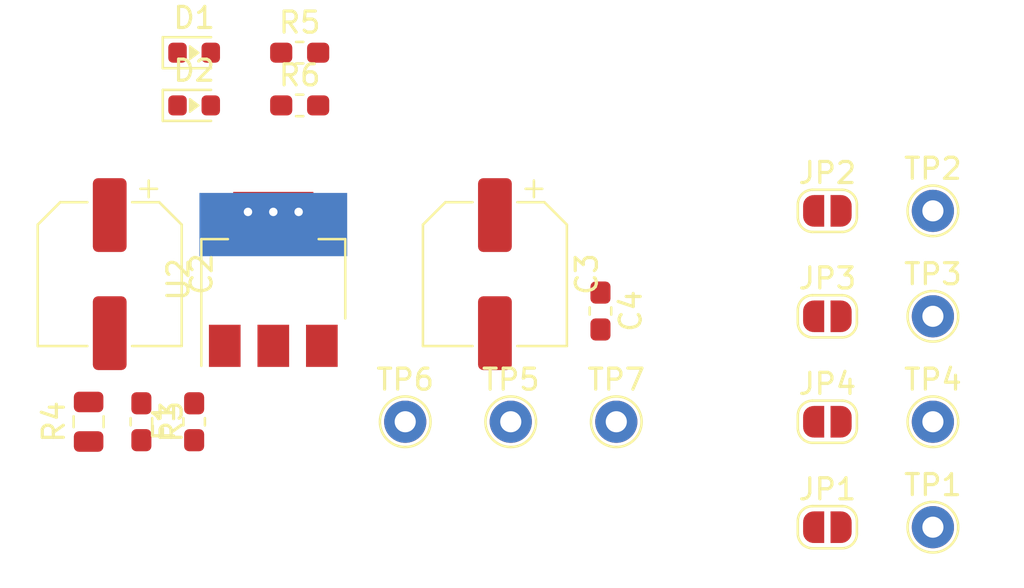
<source format=kicad_pcb>
(kicad_pcb (version 20171130) (host pcbnew 5.1.2-f72e74a~84~ubuntu18.04.1)

  (general
    (thickness 1.6)
    (drawings 0)
    (tracks 0)
    (zones 0)
    (modules 22)
    (nets 12)
  )

  (page A4)
  (layers
    (0 F.Cu signal)
    (31 B.Cu signal)
    (32 B.Adhes user)
    (33 F.Adhes user)
    (34 B.Paste user)
    (35 F.Paste user)
    (36 B.SilkS user)
    (37 F.SilkS user)
    (38 B.Mask user)
    (39 F.Mask user)
    (40 Dwgs.User user)
    (41 Cmts.User user)
    (42 Eco1.User user)
    (43 Eco2.User user)
    (44 Edge.Cuts user)
    (45 Margin user)
    (46 B.CrtYd user)
    (47 F.CrtYd user)
    (48 B.Fab user)
    (49 F.Fab user)
  )

  (setup
    (last_trace_width 0.25)
    (trace_clearance 0.2)
    (zone_clearance 0.508)
    (zone_45_only no)
    (trace_min 0.2)
    (via_size 0.8)
    (via_drill 0.4)
    (via_min_size 0.4)
    (via_min_drill 0.3)
    (uvia_size 0.3)
    (uvia_drill 0.1)
    (uvias_allowed no)
    (uvia_min_size 0.2)
    (uvia_min_drill 0.1)
    (edge_width 0.1)
    (segment_width 0.2)
    (pcb_text_width 0.3)
    (pcb_text_size 1.5 1.5)
    (mod_edge_width 0.15)
    (mod_text_size 1 1)
    (mod_text_width 0.15)
    (pad_size 1.524 1.524)
    (pad_drill 0.762)
    (pad_to_mask_clearance 0)
    (aux_axis_origin 0 0)
    (visible_elements FFFFFF7F)
    (pcbplotparams
      (layerselection 0x010fc_ffffffff)
      (usegerberextensions false)
      (usegerberattributes false)
      (usegerberadvancedattributes false)
      (creategerberjobfile false)
      (excludeedgelayer true)
      (linewidth 0.100000)
      (plotframeref false)
      (viasonmask false)
      (mode 1)
      (useauxorigin false)
      (hpglpennumber 1)
      (hpglpenspeed 20)
      (hpglpendiameter 15.000000)
      (psnegative false)
      (psa4output false)
      (plotreference true)
      (plotvalue true)
      (plotinvisibletext false)
      (padsonsilk false)
      (subtractmaskfromsilk false)
      (outputformat 1)
      (mirror false)
      (drillshape 1)
      (scaleselection 1)
      (outputdirectory ""))
  )

  (net 0 "")
  (net 1 GND)
  (net 2 +5V)
  (net 3 +3V3)
  (net 4 "Net-(D1-Pad1)")
  (net 5 "Net-(D2-Pad1)")
  (net 6 Vusb)
  (net 7 Vws2812)
  (net 8 Vstm32)
  (net 9 Voled)
  (net 10 Vbuzzer)
  (net 11 "Net-(R3-Pad2)")

  (net_class Default "This is the default net class."
    (clearance 0.2)
    (trace_width 0.25)
    (via_dia 0.8)
    (via_drill 0.4)
    (uvia_dia 0.3)
    (uvia_drill 0.1)
    (add_net +3V3)
    (add_net +5V)
    (add_net GND)
    (add_net "Net-(D1-Pad1)")
    (add_net "Net-(D2-Pad1)")
    (add_net "Net-(R3-Pad2)")
    (add_net Vbuzzer)
    (add_net Voled)
    (add_net Vstm32)
    (add_net Vusb)
    (add_net Vws2812)
  )

  (module footprint-lib:LED_0603_1608Metric (layer F.Cu) (tedit 5CE3E319) (tstamp 5CF48103)
    (at 35 75)
    (descr "LED SMD 0603 (1608 Metric), square (rectangular) end terminal, IPC_7351 nominal, (Body size source: http://www.tortai-tech.com/upload/download/2011102023233369053.pdf), generated with kicad-footprint-generator")
    (tags diode)
    (path /5D0DF858)
    (attr smd)
    (fp_text reference D2 (at 0 -1.65) (layer F.SilkS)
      (effects (font (size 1 1) (thickness 0.15)))
    )
    (fp_text value LED_ORANGE (at 0 1.65) (layer F.Fab)
      (effects (font (size 1 1) (thickness 0.15)))
    )
    (fp_line (start 0.1 0) (end -0.1 0) (layer F.SilkS) (width 0.2))
    (fp_line (start -0.05 0.1) (end -0.05 -0.1) (layer F.SilkS) (width 0.1))
    (fp_line (start -0.2 -0.3) (end -0.2 0.3) (layer F.SilkS) (width 0.1))
    (fp_line (start 0.2 0) (end -0.2 -0.3) (layer F.SilkS) (width 0.1))
    (fp_line (start -0.1 -0.2) (end -0.1 0.2) (layer F.SilkS) (width 0.1))
    (fp_line (start -0.2 0.3) (end 0.2 0) (layer F.SilkS) (width 0.1))
    (fp_line (start 0.8 -0.4) (end -0.5 -0.4) (layer F.Fab) (width 0.1))
    (fp_line (start -0.5 -0.4) (end -0.8 -0.1) (layer F.Fab) (width 0.1))
    (fp_line (start -0.8 -0.1) (end -0.8 0.4) (layer F.Fab) (width 0.1))
    (fp_line (start -0.8 0.4) (end 0.8 0.4) (layer F.Fab) (width 0.1))
    (fp_line (start 0.8 0.4) (end 0.8 -0.4) (layer F.Fab) (width 0.1))
    (fp_line (start 0.8 -0.735) (end -1.485 -0.735) (layer F.SilkS) (width 0.12))
    (fp_line (start -1.485 -0.735) (end -1.485 0.735) (layer F.SilkS) (width 0.12))
    (fp_line (start -1.485 0.735) (end 0.8 0.735) (layer F.SilkS) (width 0.12))
    (fp_line (start -1.48 0.73) (end -1.48 -0.73) (layer F.CrtYd) (width 0.05))
    (fp_line (start -1.48 -0.73) (end 1.48 -0.73) (layer F.CrtYd) (width 0.05))
    (fp_line (start 1.48 -0.73) (end 1.48 0.73) (layer F.CrtYd) (width 0.05))
    (fp_line (start 1.48 0.73) (end -1.48 0.73) (layer F.CrtYd) (width 0.05))
    (fp_text user %R (at 0 0) (layer F.Fab)
      (effects (font (size 0.5 0.5) (thickness 0.08)))
    )
    (pad 1 smd roundrect (at -0.7875 0) (size 0.875 0.95) (layers F.Cu F.Paste F.Mask) (roundrect_rratio 0.25)
      (net 5 "Net-(D2-Pad1)"))
    (pad 2 smd roundrect (at 0.7875 0) (size 0.875 0.95) (layers F.Cu F.Paste F.Mask) (roundrect_rratio 0.25)
      (net 3 +3V3))
    (model ${KISYS3DMOD}/LED_SMD.3dshapes/LED_0603_1608Metric.wrl
      (at (xyz 0 0 0))
      (scale (xyz 1 1 1))
      (rotate (xyz 0 0 0))
    )
  )

  (module footprint-lib:LED_0603_1608Metric (layer F.Cu) (tedit 5CE3E319) (tstamp 5CF4814B)
    (at 35 72.5)
    (descr "LED SMD 0603 (1608 Metric), square (rectangular) end terminal, IPC_7351 nominal, (Body size source: http://www.tortai-tech.com/upload/download/2011102023233369053.pdf), generated with kicad-footprint-generator")
    (tags diode)
    (path /5D0DF849)
    (attr smd)
    (fp_text reference D1 (at 0 -1.65) (layer F.SilkS)
      (effects (font (size 1 1) (thickness 0.15)))
    )
    (fp_text value LED_GREEN (at 0 1.65) (layer F.Fab)
      (effects (font (size 1 1) (thickness 0.15)))
    )
    (fp_line (start 0.1 0) (end -0.1 0) (layer F.SilkS) (width 0.2))
    (fp_line (start -0.05 0.1) (end -0.05 -0.1) (layer F.SilkS) (width 0.1))
    (fp_line (start -0.2 -0.3) (end -0.2 0.3) (layer F.SilkS) (width 0.1))
    (fp_line (start 0.2 0) (end -0.2 -0.3) (layer F.SilkS) (width 0.1))
    (fp_line (start -0.1 -0.2) (end -0.1 0.2) (layer F.SilkS) (width 0.1))
    (fp_line (start -0.2 0.3) (end 0.2 0) (layer F.SilkS) (width 0.1))
    (fp_line (start 0.8 -0.4) (end -0.5 -0.4) (layer F.Fab) (width 0.1))
    (fp_line (start -0.5 -0.4) (end -0.8 -0.1) (layer F.Fab) (width 0.1))
    (fp_line (start -0.8 -0.1) (end -0.8 0.4) (layer F.Fab) (width 0.1))
    (fp_line (start -0.8 0.4) (end 0.8 0.4) (layer F.Fab) (width 0.1))
    (fp_line (start 0.8 0.4) (end 0.8 -0.4) (layer F.Fab) (width 0.1))
    (fp_line (start 0.8 -0.735) (end -1.485 -0.735) (layer F.SilkS) (width 0.12))
    (fp_line (start -1.485 -0.735) (end -1.485 0.735) (layer F.SilkS) (width 0.12))
    (fp_line (start -1.485 0.735) (end 0.8 0.735) (layer F.SilkS) (width 0.12))
    (fp_line (start -1.48 0.73) (end -1.48 -0.73) (layer F.CrtYd) (width 0.05))
    (fp_line (start -1.48 -0.73) (end 1.48 -0.73) (layer F.CrtYd) (width 0.05))
    (fp_line (start 1.48 -0.73) (end 1.48 0.73) (layer F.CrtYd) (width 0.05))
    (fp_line (start 1.48 0.73) (end -1.48 0.73) (layer F.CrtYd) (width 0.05))
    (fp_text user %R (at 0 0) (layer F.Fab)
      (effects (font (size 0.5 0.5) (thickness 0.08)))
    )
    (pad 1 smd roundrect (at -0.7875 0) (size 0.875 0.95) (layers F.Cu F.Paste F.Mask) (roundrect_rratio 0.25)
      (net 4 "Net-(D1-Pad1)"))
    (pad 2 smd roundrect (at 0.7875 0) (size 0.875 0.95) (layers F.Cu F.Paste F.Mask) (roundrect_rratio 0.25)
      (net 2 +5V))
    (model ${KISYS3DMOD}/LED_SMD.3dshapes/LED_0603_1608Metric.wrl
      (at (xyz 0 0 0))
      (scale (xyz 1 1 1))
      (rotate (xyz 0 0 0))
    )
  )

  (module footprint-lib:AMS1117_SOT-223 (layer F.Cu) (tedit 5CF0DEB3) (tstamp 5CF417A0)
    (at 38.75 83.25 90)
    (descr "module CMS SOT223 4 pins")
    (tags "CMS SOT")
    (path /5D0D3B1A)
    (attr smd)
    (fp_text reference U2 (at 0 -4.5 90) (layer F.SilkS)
      (effects (font (size 1 1) (thickness 0.15)))
    )
    (fp_text value footprint-lib:AMS1117_SOT-223 (at 0 4.5 90) (layer F.Fab)
      (effects (font (size 1 1) (thickness 0.15)))
    )
    (fp_line (start 1.85 -3.35) (end 1.85 3.35) (layer F.Fab) (width 0.1))
    (fp_line (start -1.85 3.35) (end 1.85 3.35) (layer F.Fab) (width 0.1))
    (fp_line (start -4.1 -3.41) (end 1.91 -3.41) (layer F.SilkS) (width 0.12))
    (fp_line (start -0.85 -3.35) (end 1.85 -3.35) (layer F.Fab) (width 0.1))
    (fp_line (start -1.85 3.41) (end 1.91 3.41) (layer F.SilkS) (width 0.12))
    (fp_line (start -1.85 -2.35) (end -1.85 3.35) (layer F.Fab) (width 0.1))
    (fp_line (start -1.85 -2.35) (end -0.85 -3.35) (layer F.Fab) (width 0.1))
    (fp_line (start -4.4 -3.6) (end -4.4 3.6) (layer F.CrtYd) (width 0.05))
    (fp_line (start -4.4 3.6) (end 4.4 3.6) (layer F.CrtYd) (width 0.05))
    (fp_line (start 4.4 3.6) (end 4.4 -3.6) (layer F.CrtYd) (width 0.05))
    (fp_line (start 4.4 -3.6) (end -4.4 -3.6) (layer F.CrtYd) (width 0.05))
    (fp_line (start 1.91 -3.41) (end 1.91 -2.15) (layer F.SilkS) (width 0.12))
    (fp_line (start 1.91 3.41) (end 1.91 2.15) (layer F.SilkS) (width 0.12))
    (fp_text user %R (at 0 0) (layer F.Fab)
      (effects (font (size 0.8 0.8) (thickness 0.12)))
    )
    (pad 2 thru_hole circle (at 3.2 1.2 90) (size 1 1) (drill 0.4) (layers *.Cu)
      (net 3 +3V3))
    (pad 2 thru_hole circle (at 3.2 -1.2 90) (size 1 1) (drill 0.4) (layers *.Cu)
      (net 3 +3V3))
    (pad 2 smd rect (at 2.6 0 90) (size 3 7) (layers B.Cu)
      (net 3 +3V3))
    (pad 2 thru_hole circle (at 3.2 0 90) (size 1 1) (drill 0.4) (layers *.Cu)
      (net 3 +3V3))
    (pad 1 smd rect (at -3.15 -2.3 90) (size 2 1.5) (layers F.Cu F.Paste F.Mask)
      (net 1 GND))
    (pad 3 smd rect (at -3.15 2.3 90) (size 2 1.5) (layers F.Cu F.Paste F.Mask)
      (net 2 +5V))
    (pad 2 smd rect (at -3.15 0 90) (size 2 1.5) (layers F.Cu F.Paste F.Mask)
      (net 3 +3V3))
    (pad 2 smd rect (at 3.15 0 90) (size 2 3.8) (layers F.Cu F.Paste F.Mask)
      (net 3 +3V3))
    (model ${KISYS3DMOD}/Package_TO_SOT_SMD.3dshapes/SOT-223.wrl
      (at (xyz 0 0 0))
      (scale (xyz 1 1 1))
      (rotate (xyz 0 0 0))
    )
  )

  (module TestPoint:TestPoint_THTPad_D2.0mm_Drill1.0mm (layer F.Cu) (tedit 5A0F774F) (tstamp 5CF4178A)
    (at 55 90)
    (descr "THT pad as test Point, diameter 2.0mm, hole diameter 1.0mm")
    (tags "test point THT pad")
    (path /5D0E72FB)
    (attr virtual)
    (fp_text reference TP7 (at 0 -1.998) (layer F.SilkS)
      (effects (font (size 1 1) (thickness 0.15)))
    )
    (fp_text value TP_GND (at 0 2.05) (layer F.Fab)
      (effects (font (size 1 1) (thickness 0.15)))
    )
    (fp_circle (center 0 0) (end 0 1.2) (layer F.SilkS) (width 0.12))
    (fp_circle (center 0 0) (end 1.5 0) (layer F.CrtYd) (width 0.05))
    (fp_text user %R (at 0 -2) (layer F.Fab)
      (effects (font (size 1 1) (thickness 0.15)))
    )
    (pad 1 thru_hole circle (at 0 0) (size 2 2) (drill 1) (layers *.Cu *.Mask)
      (net 1 GND))
  )

  (module TestPoint:TestPoint_THTPad_D2.0mm_Drill1.0mm (layer F.Cu) (tedit 5A0F774F) (tstamp 5CF41782)
    (at 45 90)
    (descr "THT pad as test Point, diameter 2.0mm, hole diameter 1.0mm")
    (tags "test point THT pad")
    (path /5D0E8115)
    (attr virtual)
    (fp_text reference TP6 (at 0 -1.998) (layer F.SilkS)
      (effects (font (size 1 1) (thickness 0.15)))
    )
    (fp_text value TP_3V3 (at 0 2.05) (layer F.Fab)
      (effects (font (size 1 1) (thickness 0.15)))
    )
    (fp_circle (center 0 0) (end 0 1.2) (layer F.SilkS) (width 0.12))
    (fp_circle (center 0 0) (end 1.5 0) (layer F.CrtYd) (width 0.05))
    (fp_text user %R (at 0 -2) (layer F.Fab)
      (effects (font (size 1 1) (thickness 0.15)))
    )
    (pad 1 thru_hole circle (at 0 0) (size 2 2) (drill 1) (layers *.Cu *.Mask)
      (net 3 +3V3))
  )

  (module TestPoint:TestPoint_THTPad_D2.0mm_Drill1.0mm (layer F.Cu) (tedit 5A0F774F) (tstamp 5CF4177A)
    (at 50 90)
    (descr "THT pad as test Point, diameter 2.0mm, hole diameter 1.0mm")
    (tags "test point THT pad")
    (path /5D0E6B9F)
    (attr virtual)
    (fp_text reference TP5 (at 0 -1.998) (layer F.SilkS)
      (effects (font (size 1 1) (thickness 0.15)))
    )
    (fp_text value TP_5V (at 0 2.05) (layer F.Fab)
      (effects (font (size 1 1) (thickness 0.15)))
    )
    (fp_circle (center 0 0) (end 0 1.2) (layer F.SilkS) (width 0.12))
    (fp_circle (center 0 0) (end 1.5 0) (layer F.CrtYd) (width 0.05))
    (fp_text user %R (at 0 -2) (layer F.Fab)
      (effects (font (size 1 1) (thickness 0.15)))
    )
    (pad 1 thru_hole circle (at 0 0) (size 2 2) (drill 1) (layers *.Cu *.Mask)
      (net 2 +5V))
  )

  (module TestPoint:TestPoint_THTPad_D2.0mm_Drill1.0mm (layer F.Cu) (tedit 5A0F774F) (tstamp 5CF41772)
    (at 70 90)
    (descr "THT pad as test Point, diameter 2.0mm, hole diameter 1.0mm")
    (tags "test point THT pad")
    (path /5D64FF77)
    (attr virtual)
    (fp_text reference TP4 (at 0 -1.998) (layer F.SilkS)
      (effects (font (size 1 1) (thickness 0.15)))
    )
    (fp_text value TP_BUZZER (at 0 2.05) (layer F.Fab)
      (effects (font (size 1 1) (thickness 0.15)))
    )
    (fp_circle (center 0 0) (end 0 1.2) (layer F.SilkS) (width 0.12))
    (fp_circle (center 0 0) (end 1.5 0) (layer F.CrtYd) (width 0.05))
    (fp_text user %R (at 0 -2) (layer F.Fab)
      (effects (font (size 1 1) (thickness 0.15)))
    )
    (pad 1 thru_hole circle (at 0 0) (size 2 2) (drill 1) (layers *.Cu *.Mask)
      (net 10 Vbuzzer))
  )

  (module TestPoint:TestPoint_THTPad_D2.0mm_Drill1.0mm (layer F.Cu) (tedit 5A0F774F) (tstamp 5CF4176A)
    (at 70 85)
    (descr "THT pad as test Point, diameter 2.0mm, hole diameter 1.0mm")
    (tags "test point THT pad")
    (path /5D650EC3)
    (attr virtual)
    (fp_text reference TP3 (at 0 -1.998) (layer F.SilkS)
      (effects (font (size 1 1) (thickness 0.15)))
    )
    (fp_text value TP_OLED (at 0 2.05) (layer F.Fab)
      (effects (font (size 1 1) (thickness 0.15)))
    )
    (fp_circle (center 0 0) (end 0 1.2) (layer F.SilkS) (width 0.12))
    (fp_circle (center 0 0) (end 1.5 0) (layer F.CrtYd) (width 0.05))
    (fp_text user %R (at 0 -2) (layer F.Fab)
      (effects (font (size 1 1) (thickness 0.15)))
    )
    (pad 1 thru_hole circle (at 0 0) (size 2 2) (drill 1) (layers *.Cu *.Mask)
      (net 9 Voled))
  )

  (module TestPoint:TestPoint_THTPad_D2.0mm_Drill1.0mm (layer F.Cu) (tedit 5A0F774F) (tstamp 5CF41762)
    (at 70 80)
    (descr "THT pad as test Point, diameter 2.0mm, hole diameter 1.0mm")
    (tags "test point THT pad")
    (path /5D651BFE)
    (attr virtual)
    (fp_text reference TP2 (at 0 -1.998) (layer F.SilkS)
      (effects (font (size 1 1) (thickness 0.15)))
    )
    (fp_text value TP_STM32 (at 0 2.05) (layer F.Fab)
      (effects (font (size 1 1) (thickness 0.15)))
    )
    (fp_circle (center 0 0) (end 0 1.2) (layer F.SilkS) (width 0.12))
    (fp_circle (center 0 0) (end 1.5 0) (layer F.CrtYd) (width 0.05))
    (fp_text user %R (at 0 -2) (layer F.Fab)
      (effects (font (size 1 1) (thickness 0.15)))
    )
    (pad 1 thru_hole circle (at 0 0) (size 2 2) (drill 1) (layers *.Cu *.Mask)
      (net 8 Vstm32))
  )

  (module TestPoint:TestPoint_THTPad_D2.0mm_Drill1.0mm (layer F.Cu) (tedit 5A0F774F) (tstamp 5CF4175A)
    (at 70 95)
    (descr "THT pad as test Point, diameter 2.0mm, hole diameter 1.0mm")
    (tags "test point THT pad")
    (path /5D654903)
    (attr virtual)
    (fp_text reference TP1 (at 0 -1.998) (layer F.SilkS)
      (effects (font (size 1 1) (thickness 0.15)))
    )
    (fp_text value TP_WS2812 (at 0 2.05) (layer F.Fab)
      (effects (font (size 1 1) (thickness 0.15)))
    )
    (fp_circle (center 0 0) (end 0 1.2) (layer F.SilkS) (width 0.12))
    (fp_circle (center 0 0) (end 1.5 0) (layer F.CrtYd) (width 0.05))
    (fp_text user %R (at 0 -2) (layer F.Fab)
      (effects (font (size 1 1) (thickness 0.15)))
    )
    (pad 1 thru_hole circle (at 0 0) (size 2 2) (drill 1) (layers *.Cu *.Mask)
      (net 7 Vws2812))
  )

  (module Resistor_SMD:R_0603_1608Metric_Pad1.05x0.95mm_HandSolder (layer F.Cu) (tedit 5B301BBD) (tstamp 5CF4818B)
    (at 40 75)
    (descr "Resistor SMD 0603 (1608 Metric), square (rectangular) end terminal, IPC_7351 nominal with elongated pad for handsoldering. (Body size source: http://www.tortai-tech.com/upload/download/2011102023233369053.pdf), generated with kicad-footprint-generator")
    (tags "resistor handsolder")
    (path /5D0DF873)
    (attr smd)
    (fp_text reference R6 (at 0 -1.43) (layer F.SilkS)
      (effects (font (size 1 1) (thickness 0.15)))
    )
    (fp_text value R511,0603 (at 0 1.43) (layer F.Fab)
      (effects (font (size 1 1) (thickness 0.15)))
    )
    (fp_text user %R (at 0 0) (layer F.Fab)
      (effects (font (size 0.4 0.4) (thickness 0.06)))
    )
    (fp_line (start 1.65 0.73) (end -1.65 0.73) (layer F.CrtYd) (width 0.05))
    (fp_line (start 1.65 -0.73) (end 1.65 0.73) (layer F.CrtYd) (width 0.05))
    (fp_line (start -1.65 -0.73) (end 1.65 -0.73) (layer F.CrtYd) (width 0.05))
    (fp_line (start -1.65 0.73) (end -1.65 -0.73) (layer F.CrtYd) (width 0.05))
    (fp_line (start -0.171267 0.51) (end 0.171267 0.51) (layer F.SilkS) (width 0.12))
    (fp_line (start -0.171267 -0.51) (end 0.171267 -0.51) (layer F.SilkS) (width 0.12))
    (fp_line (start 0.8 0.4) (end -0.8 0.4) (layer F.Fab) (width 0.1))
    (fp_line (start 0.8 -0.4) (end 0.8 0.4) (layer F.Fab) (width 0.1))
    (fp_line (start -0.8 -0.4) (end 0.8 -0.4) (layer F.Fab) (width 0.1))
    (fp_line (start -0.8 0.4) (end -0.8 -0.4) (layer F.Fab) (width 0.1))
    (pad 2 smd roundrect (at 0.875 0) (size 1.05 0.95) (layers F.Cu F.Paste F.Mask) (roundrect_rratio 0.25)
      (net 1 GND))
    (pad 1 smd roundrect (at -0.875 0) (size 1.05 0.95) (layers F.Cu F.Paste F.Mask) (roundrect_rratio 0.25)
      (net 5 "Net-(D2-Pad1)"))
    (model ${KISYS3DMOD}/Resistor_SMD.3dshapes/R_0603_1608Metric.wrl
      (at (xyz 0 0 0))
      (scale (xyz 1 1 1))
      (rotate (xyz 0 0 0))
    )
  )

  (module Resistor_SMD:R_0603_1608Metric_Pad1.05x0.95mm_HandSolder (layer F.Cu) (tedit 5B301BBD) (tstamp 5CF481BB)
    (at 40 72.5)
    (descr "Resistor SMD 0603 (1608 Metric), square (rectangular) end terminal, IPC_7351 nominal with elongated pad for handsoldering. (Body size source: http://www.tortai-tech.com/upload/download/2011102023233369053.pdf), generated with kicad-footprint-generator")
    (tags "resistor handsolder")
    (path /5D0DF879)
    (attr smd)
    (fp_text reference R5 (at 0 -1.43) (layer F.SilkS)
      (effects (font (size 1 1) (thickness 0.15)))
    )
    (fp_text value R511,0603 (at 0 1.43) (layer F.Fab)
      (effects (font (size 1 1) (thickness 0.15)))
    )
    (fp_text user %R (at 0 0) (layer F.Fab)
      (effects (font (size 0.4 0.4) (thickness 0.06)))
    )
    (fp_line (start 1.65 0.73) (end -1.65 0.73) (layer F.CrtYd) (width 0.05))
    (fp_line (start 1.65 -0.73) (end 1.65 0.73) (layer F.CrtYd) (width 0.05))
    (fp_line (start -1.65 -0.73) (end 1.65 -0.73) (layer F.CrtYd) (width 0.05))
    (fp_line (start -1.65 0.73) (end -1.65 -0.73) (layer F.CrtYd) (width 0.05))
    (fp_line (start -0.171267 0.51) (end 0.171267 0.51) (layer F.SilkS) (width 0.12))
    (fp_line (start -0.171267 -0.51) (end 0.171267 -0.51) (layer F.SilkS) (width 0.12))
    (fp_line (start 0.8 0.4) (end -0.8 0.4) (layer F.Fab) (width 0.1))
    (fp_line (start 0.8 -0.4) (end 0.8 0.4) (layer F.Fab) (width 0.1))
    (fp_line (start -0.8 -0.4) (end 0.8 -0.4) (layer F.Fab) (width 0.1))
    (fp_line (start -0.8 0.4) (end -0.8 -0.4) (layer F.Fab) (width 0.1))
    (pad 2 smd roundrect (at 0.875 0) (size 1.05 0.95) (layers F.Cu F.Paste F.Mask) (roundrect_rratio 0.25)
      (net 1 GND))
    (pad 1 smd roundrect (at -0.875 0) (size 1.05 0.95) (layers F.Cu F.Paste F.Mask) (roundrect_rratio 0.25)
      (net 4 "Net-(D1-Pad1)"))
    (model ${KISYS3DMOD}/Resistor_SMD.3dshapes/R_0603_1608Metric.wrl
      (at (xyz 0 0 0))
      (scale (xyz 1 1 1))
      (rotate (xyz 0 0 0))
    )
  )

  (module footprint-lib:VAR_0805 (layer F.Cu) (tedit 5CE2B45E) (tstamp 5CF41730)
    (at 30 90 90)
    (descr "varistor 0805")
    (tags "varistor 0805")
    (path /5D0A8582)
    (attr smd)
    (fp_text reference R4 (at 0 -1.65 90) (layer F.SilkS)
      (effects (font (size 1 1) (thickness 0.15)))
    )
    (fp_text value VAR_5V6,0805 (at 0 1.65 90) (layer F.Fab)
      (effects (font (size 1 1) (thickness 0.15)))
    )
    (fp_text user %R (at 0 0 90) (layer F.Fab)
      (effects (font (size 0.5 0.5) (thickness 0.08)))
    )
    (fp_line (start 1.68 0.95) (end -1.68 0.95) (layer F.CrtYd) (width 0.05))
    (fp_line (start 1.68 -0.95) (end 1.68 0.95) (layer F.CrtYd) (width 0.05))
    (fp_line (start -1.68 -0.95) (end 1.68 -0.95) (layer F.CrtYd) (width 0.05))
    (fp_line (start -1.68 0.95) (end -1.68 -0.95) (layer F.CrtYd) (width 0.05))
    (fp_line (start -0.258578 0.71) (end 0.258578 0.71) (layer F.SilkS) (width 0.12))
    (fp_line (start -0.258578 -0.71) (end 0.258578 -0.71) (layer F.SilkS) (width 0.12))
    (fp_line (start 1 0.6) (end -1 0.6) (layer F.Fab) (width 0.1))
    (fp_line (start 1 -0.6) (end 1 0.6) (layer F.Fab) (width 0.1))
    (fp_line (start -1 -0.6) (end 1 -0.6) (layer F.Fab) (width 0.1))
    (fp_line (start -1 0.6) (end -1 -0.6) (layer F.Fab) (width 0.1))
    (pad 2 smd roundrect (at 0.9375 0 90) (size 0.975 1.4) (layers F.Cu F.Paste F.Mask) (roundrect_rratio 0.25)
      (net 1 GND))
    (pad 1 smd roundrect (at -0.9375 0 90) (size 0.975 1.4) (layers F.Cu F.Paste F.Mask) (roundrect_rratio 0.25)
      (net 11 "Net-(R3-Pad2)"))
    (model ${KISYS3DMOD}/Resistor_SMD.3dshapes/R_0805_2012Metric.wrl
      (at (xyz 0 0 0))
      (scale (xyz 1 1 1))
      (rotate (xyz 0 0 0))
    )
  )

  (module Resistor_SMD:R_0603_1608Metric_Pad1.05x0.95mm_HandSolder (layer F.Cu) (tedit 5B301BBD) (tstamp 5CF4171F)
    (at 32.5 90 270)
    (descr "Resistor SMD 0603 (1608 Metric), square (rectangular) end terminal, IPC_7351 nominal with elongated pad for handsoldering. (Body size source: http://www.tortai-tech.com/upload/download/2011102023233369053.pdf), generated with kicad-footprint-generator")
    (tags "resistor handsolder")
    (path /5D0AC91B)
    (attr smd)
    (fp_text reference R3 (at 0 -1.43 90) (layer F.SilkS)
      (effects (font (size 1 1) (thickness 0.15)))
    )
    (fp_text value R0,0603 (at 0 1.43 90) (layer F.Fab)
      (effects (font (size 1 1) (thickness 0.15)))
    )
    (fp_text user %R (at 0 0 90) (layer F.Fab)
      (effects (font (size 0.4 0.4) (thickness 0.06)))
    )
    (fp_line (start 1.65 0.73) (end -1.65 0.73) (layer F.CrtYd) (width 0.05))
    (fp_line (start 1.65 -0.73) (end 1.65 0.73) (layer F.CrtYd) (width 0.05))
    (fp_line (start -1.65 -0.73) (end 1.65 -0.73) (layer F.CrtYd) (width 0.05))
    (fp_line (start -1.65 0.73) (end -1.65 -0.73) (layer F.CrtYd) (width 0.05))
    (fp_line (start -0.171267 0.51) (end 0.171267 0.51) (layer F.SilkS) (width 0.12))
    (fp_line (start -0.171267 -0.51) (end 0.171267 -0.51) (layer F.SilkS) (width 0.12))
    (fp_line (start 0.8 0.4) (end -0.8 0.4) (layer F.Fab) (width 0.1))
    (fp_line (start 0.8 -0.4) (end 0.8 0.4) (layer F.Fab) (width 0.1))
    (fp_line (start -0.8 -0.4) (end 0.8 -0.4) (layer F.Fab) (width 0.1))
    (fp_line (start -0.8 0.4) (end -0.8 -0.4) (layer F.Fab) (width 0.1))
    (pad 2 smd roundrect (at 0.875 0 270) (size 1.05 0.95) (layers F.Cu F.Paste F.Mask) (roundrect_rratio 0.25)
      (net 11 "Net-(R3-Pad2)"))
    (pad 1 smd roundrect (at -0.875 0 270) (size 1.05 0.95) (layers F.Cu F.Paste F.Mask) (roundrect_rratio 0.25)
      (net 6 Vusb))
    (model ${KISYS3DMOD}/Resistor_SMD.3dshapes/R_0603_1608Metric.wrl
      (at (xyz 0 0 0))
      (scale (xyz 1 1 1))
      (rotate (xyz 0 0 0))
    )
  )

  (module Jumper:SolderJumper-2_P1.3mm_Open_RoundedPad1.0x1.5mm (layer F.Cu) (tedit 5B391E66) (tstamp 5CF4170E)
    (at 65 90)
    (descr "SMD Solder Jumper, 1x1.5mm, rounded Pads, 0.3mm gap, open")
    (tags "solder jumper open")
    (path /5D10DD1D)
    (attr virtual)
    (fp_text reference JP4 (at 0 -1.8) (layer F.SilkS)
      (effects (font (size 1 1) (thickness 0.15)))
    )
    (fp_text value BUZZER_EN (at 0 1.9) (layer F.Fab)
      (effects (font (size 1 1) (thickness 0.15)))
    )
    (fp_line (start 1.65 1.25) (end -1.65 1.25) (layer F.CrtYd) (width 0.05))
    (fp_line (start 1.65 1.25) (end 1.65 -1.25) (layer F.CrtYd) (width 0.05))
    (fp_line (start -1.65 -1.25) (end -1.65 1.25) (layer F.CrtYd) (width 0.05))
    (fp_line (start -1.65 -1.25) (end 1.65 -1.25) (layer F.CrtYd) (width 0.05))
    (fp_line (start -0.7 -1) (end 0.7 -1) (layer F.SilkS) (width 0.12))
    (fp_line (start 1.4 -0.3) (end 1.4 0.3) (layer F.SilkS) (width 0.12))
    (fp_line (start 0.7 1) (end -0.7 1) (layer F.SilkS) (width 0.12))
    (fp_line (start -1.4 0.3) (end -1.4 -0.3) (layer F.SilkS) (width 0.12))
    (fp_arc (start -0.7 -0.3) (end -0.7 -1) (angle -90) (layer F.SilkS) (width 0.12))
    (fp_arc (start -0.7 0.3) (end -1.4 0.3) (angle -90) (layer F.SilkS) (width 0.12))
    (fp_arc (start 0.7 0.3) (end 0.7 1) (angle -90) (layer F.SilkS) (width 0.12))
    (fp_arc (start 0.7 -0.3) (end 1.4 -0.3) (angle -90) (layer F.SilkS) (width 0.12))
    (pad 2 smd custom (at 0.65 0) (size 1 0.5) (layers F.Cu F.Mask)
      (net 3 +3V3) (zone_connect 2)
      (options (clearance outline) (anchor rect))
      (primitives
        (gr_circle (center 0 0.25) (end 0.5 0.25) (width 0))
        (gr_circle (center 0 -0.25) (end 0.5 -0.25) (width 0))
        (gr_poly (pts
           (xy 0 -0.75) (xy -0.5 -0.75) (xy -0.5 0.75) (xy 0 0.75)) (width 0))
      ))
    (pad 1 smd custom (at -0.65 0) (size 1 0.5) (layers F.Cu F.Mask)
      (net 10 Vbuzzer) (zone_connect 2)
      (options (clearance outline) (anchor rect))
      (primitives
        (gr_circle (center 0 0.25) (end 0.5 0.25) (width 0))
        (gr_circle (center 0 -0.25) (end 0.5 -0.25) (width 0))
        (gr_poly (pts
           (xy 0 -0.75) (xy 0.5 -0.75) (xy 0.5 0.75) (xy 0 0.75)) (width 0))
      ))
  )

  (module Jumper:SolderJumper-2_P1.3mm_Open_RoundedPad1.0x1.5mm (layer F.Cu) (tedit 5B391E66) (tstamp 5CF416FC)
    (at 65 85)
    (descr "SMD Solder Jumper, 1x1.5mm, rounded Pads, 0.3mm gap, open")
    (tags "solder jumper open")
    (path /5D10AC55)
    (attr virtual)
    (fp_text reference JP3 (at 0 -1.8) (layer F.SilkS)
      (effects (font (size 1 1) (thickness 0.15)))
    )
    (fp_text value OLED_EN (at 0 1.9) (layer F.Fab)
      (effects (font (size 1 1) (thickness 0.15)))
    )
    (fp_line (start 1.65 1.25) (end -1.65 1.25) (layer F.CrtYd) (width 0.05))
    (fp_line (start 1.65 1.25) (end 1.65 -1.25) (layer F.CrtYd) (width 0.05))
    (fp_line (start -1.65 -1.25) (end -1.65 1.25) (layer F.CrtYd) (width 0.05))
    (fp_line (start -1.65 -1.25) (end 1.65 -1.25) (layer F.CrtYd) (width 0.05))
    (fp_line (start -0.7 -1) (end 0.7 -1) (layer F.SilkS) (width 0.12))
    (fp_line (start 1.4 -0.3) (end 1.4 0.3) (layer F.SilkS) (width 0.12))
    (fp_line (start 0.7 1) (end -0.7 1) (layer F.SilkS) (width 0.12))
    (fp_line (start -1.4 0.3) (end -1.4 -0.3) (layer F.SilkS) (width 0.12))
    (fp_arc (start -0.7 -0.3) (end -0.7 -1) (angle -90) (layer F.SilkS) (width 0.12))
    (fp_arc (start -0.7 0.3) (end -1.4 0.3) (angle -90) (layer F.SilkS) (width 0.12))
    (fp_arc (start 0.7 0.3) (end 0.7 1) (angle -90) (layer F.SilkS) (width 0.12))
    (fp_arc (start 0.7 -0.3) (end 1.4 -0.3) (angle -90) (layer F.SilkS) (width 0.12))
    (pad 2 smd custom (at 0.65 0) (size 1 0.5) (layers F.Cu F.Mask)
      (net 3 +3V3) (zone_connect 2)
      (options (clearance outline) (anchor rect))
      (primitives
        (gr_circle (center 0 0.25) (end 0.5 0.25) (width 0))
        (gr_circle (center 0 -0.25) (end 0.5 -0.25) (width 0))
        (gr_poly (pts
           (xy 0 -0.75) (xy -0.5 -0.75) (xy -0.5 0.75) (xy 0 0.75)) (width 0))
      ))
    (pad 1 smd custom (at -0.65 0) (size 1 0.5) (layers F.Cu F.Mask)
      (net 9 Voled) (zone_connect 2)
      (options (clearance outline) (anchor rect))
      (primitives
        (gr_circle (center 0 0.25) (end 0.5 0.25) (width 0))
        (gr_circle (center 0 -0.25) (end 0.5 -0.25) (width 0))
        (gr_poly (pts
           (xy 0 -0.75) (xy 0.5 -0.75) (xy 0.5 0.75) (xy 0 0.75)) (width 0))
      ))
  )

  (module Jumper:SolderJumper-2_P1.3mm_Open_RoundedPad1.0x1.5mm (layer F.Cu) (tedit 5B391E66) (tstamp 5CF416EA)
    (at 65 80)
    (descr "SMD Solder Jumper, 1x1.5mm, rounded Pads, 0.3mm gap, open")
    (tags "solder jumper open")
    (path /5D0FA2FF)
    (attr virtual)
    (fp_text reference JP2 (at 0 -1.8) (layer F.SilkS)
      (effects (font (size 1 1) (thickness 0.15)))
    )
    (fp_text value STM32_EN (at 0 1.9) (layer F.Fab)
      (effects (font (size 1 1) (thickness 0.15)))
    )
    (fp_line (start 1.65 1.25) (end -1.65 1.25) (layer F.CrtYd) (width 0.05))
    (fp_line (start 1.65 1.25) (end 1.65 -1.25) (layer F.CrtYd) (width 0.05))
    (fp_line (start -1.65 -1.25) (end -1.65 1.25) (layer F.CrtYd) (width 0.05))
    (fp_line (start -1.65 -1.25) (end 1.65 -1.25) (layer F.CrtYd) (width 0.05))
    (fp_line (start -0.7 -1) (end 0.7 -1) (layer F.SilkS) (width 0.12))
    (fp_line (start 1.4 -0.3) (end 1.4 0.3) (layer F.SilkS) (width 0.12))
    (fp_line (start 0.7 1) (end -0.7 1) (layer F.SilkS) (width 0.12))
    (fp_line (start -1.4 0.3) (end -1.4 -0.3) (layer F.SilkS) (width 0.12))
    (fp_arc (start -0.7 -0.3) (end -0.7 -1) (angle -90) (layer F.SilkS) (width 0.12))
    (fp_arc (start -0.7 0.3) (end -1.4 0.3) (angle -90) (layer F.SilkS) (width 0.12))
    (fp_arc (start 0.7 0.3) (end 0.7 1) (angle -90) (layer F.SilkS) (width 0.12))
    (fp_arc (start 0.7 -0.3) (end 1.4 -0.3) (angle -90) (layer F.SilkS) (width 0.12))
    (pad 2 smd custom (at 0.65 0) (size 1 0.5) (layers F.Cu F.Mask)
      (net 3 +3V3) (zone_connect 2)
      (options (clearance outline) (anchor rect))
      (primitives
        (gr_circle (center 0 0.25) (end 0.5 0.25) (width 0))
        (gr_circle (center 0 -0.25) (end 0.5 -0.25) (width 0))
        (gr_poly (pts
           (xy 0 -0.75) (xy -0.5 -0.75) (xy -0.5 0.75) (xy 0 0.75)) (width 0))
      ))
    (pad 1 smd custom (at -0.65 0) (size 1 0.5) (layers F.Cu F.Mask)
      (net 8 Vstm32) (zone_connect 2)
      (options (clearance outline) (anchor rect))
      (primitives
        (gr_circle (center 0 0.25) (end 0.5 0.25) (width 0))
        (gr_circle (center 0 -0.25) (end 0.5 -0.25) (width 0))
        (gr_poly (pts
           (xy 0 -0.75) (xy 0.5 -0.75) (xy 0.5 0.75) (xy 0 0.75)) (width 0))
      ))
  )

  (module Jumper:SolderJumper-2_P1.3mm_Open_RoundedPad1.0x1.5mm (layer F.Cu) (tedit 5B391E66) (tstamp 5CF416D8)
    (at 65 95)
    (descr "SMD Solder Jumper, 1x1.5mm, rounded Pads, 0.3mm gap, open")
    (tags "solder jumper open")
    (path /5D0F1DE3)
    (attr virtual)
    (fp_text reference JP1 (at 0 -1.8) (layer F.SilkS)
      (effects (font (size 1 1) (thickness 0.15)))
    )
    (fp_text value WS2812_EN (at 0 1.9) (layer F.Fab)
      (effects (font (size 1 1) (thickness 0.15)))
    )
    (fp_line (start 1.65 1.25) (end -1.65 1.25) (layer F.CrtYd) (width 0.05))
    (fp_line (start 1.65 1.25) (end 1.65 -1.25) (layer F.CrtYd) (width 0.05))
    (fp_line (start -1.65 -1.25) (end -1.65 1.25) (layer F.CrtYd) (width 0.05))
    (fp_line (start -1.65 -1.25) (end 1.65 -1.25) (layer F.CrtYd) (width 0.05))
    (fp_line (start -0.7 -1) (end 0.7 -1) (layer F.SilkS) (width 0.12))
    (fp_line (start 1.4 -0.3) (end 1.4 0.3) (layer F.SilkS) (width 0.12))
    (fp_line (start 0.7 1) (end -0.7 1) (layer F.SilkS) (width 0.12))
    (fp_line (start -1.4 0.3) (end -1.4 -0.3) (layer F.SilkS) (width 0.12))
    (fp_arc (start -0.7 -0.3) (end -0.7 -1) (angle -90) (layer F.SilkS) (width 0.12))
    (fp_arc (start -0.7 0.3) (end -1.4 0.3) (angle -90) (layer F.SilkS) (width 0.12))
    (fp_arc (start 0.7 0.3) (end 0.7 1) (angle -90) (layer F.SilkS) (width 0.12))
    (fp_arc (start 0.7 -0.3) (end 1.4 -0.3) (angle -90) (layer F.SilkS) (width 0.12))
    (pad 2 smd custom (at 0.65 0) (size 1 0.5) (layers F.Cu F.Mask)
      (net 2 +5V) (zone_connect 2)
      (options (clearance outline) (anchor rect))
      (primitives
        (gr_circle (center 0 0.25) (end 0.5 0.25) (width 0))
        (gr_circle (center 0 -0.25) (end 0.5 -0.25) (width 0))
        (gr_poly (pts
           (xy 0 -0.75) (xy -0.5 -0.75) (xy -0.5 0.75) (xy 0 0.75)) (width 0))
      ))
    (pad 1 smd custom (at -0.65 0) (size 1 0.5) (layers F.Cu F.Mask)
      (net 7 Vws2812) (zone_connect 2)
      (options (clearance outline) (anchor rect))
      (primitives
        (gr_circle (center 0 0.25) (end 0.5 0.25) (width 0))
        (gr_circle (center 0 -0.25) (end 0.5 -0.25) (width 0))
        (gr_poly (pts
           (xy 0 -0.75) (xy 0.5 -0.75) (xy 0.5 0.75) (xy 0 0.75)) (width 0))
      ))
  )

  (module Resistor_SMD:R_0603_1608Metric_Pad1.05x0.95mm_HandSolder (layer F.Cu) (tedit 5B301BBD) (tstamp 5CF416C6)
    (at 35 90 90)
    (descr "Resistor SMD 0603 (1608 Metric), square (rectangular) end terminal, IPC_7351 nominal with elongated pad for handsoldering. (Body size source: http://www.tortai-tech.com/upload/download/2011102023233369053.pdf), generated with kicad-footprint-generator")
    (tags "resistor handsolder")
    (path /5D0A8B79)
    (attr smd)
    (fp_text reference F1 (at 0 -1.43 90) (layer F.SilkS)
      (effects (font (size 1 1) (thickness 0.15)))
    )
    (fp_text value Fuse_Small (at 0 1.43 90) (layer F.Fab)
      (effects (font (size 1 1) (thickness 0.15)))
    )
    (fp_text user %R (at 0 0 90) (layer F.Fab)
      (effects (font (size 0.4 0.4) (thickness 0.06)))
    )
    (fp_line (start 1.65 0.73) (end -1.65 0.73) (layer F.CrtYd) (width 0.05))
    (fp_line (start 1.65 -0.73) (end 1.65 0.73) (layer F.CrtYd) (width 0.05))
    (fp_line (start -1.65 -0.73) (end 1.65 -0.73) (layer F.CrtYd) (width 0.05))
    (fp_line (start -1.65 0.73) (end -1.65 -0.73) (layer F.CrtYd) (width 0.05))
    (fp_line (start -0.171267 0.51) (end 0.171267 0.51) (layer F.SilkS) (width 0.12))
    (fp_line (start -0.171267 -0.51) (end 0.171267 -0.51) (layer F.SilkS) (width 0.12))
    (fp_line (start 0.8 0.4) (end -0.8 0.4) (layer F.Fab) (width 0.1))
    (fp_line (start 0.8 -0.4) (end 0.8 0.4) (layer F.Fab) (width 0.1))
    (fp_line (start -0.8 -0.4) (end 0.8 -0.4) (layer F.Fab) (width 0.1))
    (fp_line (start -0.8 0.4) (end -0.8 -0.4) (layer F.Fab) (width 0.1))
    (pad 2 smd roundrect (at 0.875 0 90) (size 1.05 0.95) (layers F.Cu F.Paste F.Mask) (roundrect_rratio 0.25)
      (net 2 +5V))
    (pad 1 smd roundrect (at -0.875 0 90) (size 1.05 0.95) (layers F.Cu F.Paste F.Mask) (roundrect_rratio 0.25)
      (net 6 Vusb))
    (model ${KISYS3DMOD}/Resistor_SMD.3dshapes/R_0603_1608Metric.wrl
      (at (xyz 0 0 0))
      (scale (xyz 1 1 1))
      (rotate (xyz 0 0 0))
    )
  )

  (module Capacitor_SMD:C_0603_1608Metric_Pad1.05x0.95mm_HandSolder (layer F.Cu) (tedit 5B301BBE) (tstamp 5CF4168F)
    (at 54.25 84.75 270)
    (descr "Capacitor SMD 0603 (1608 Metric), square (rectangular) end terminal, IPC_7351 nominal with elongated pad for handsoldering. (Body size source: http://www.tortai-tech.com/upload/download/2011102023233369053.pdf), generated with kicad-footprint-generator")
    (tags "capacitor handsolder")
    (path /5D0D3B20)
    (attr smd)
    (fp_text reference C4 (at 0 -1.43 90) (layer F.SilkS)
      (effects (font (size 1 1) (thickness 0.15)))
    )
    (fp_text value C105 (at 0 1.43 90) (layer F.Fab)
      (effects (font (size 1 1) (thickness 0.15)))
    )
    (fp_text user %R (at 0 0 90) (layer F.Fab)
      (effects (font (size 0.4 0.4) (thickness 0.06)))
    )
    (fp_line (start 1.65 0.73) (end -1.65 0.73) (layer F.CrtYd) (width 0.05))
    (fp_line (start 1.65 -0.73) (end 1.65 0.73) (layer F.CrtYd) (width 0.05))
    (fp_line (start -1.65 -0.73) (end 1.65 -0.73) (layer F.CrtYd) (width 0.05))
    (fp_line (start -1.65 0.73) (end -1.65 -0.73) (layer F.CrtYd) (width 0.05))
    (fp_line (start -0.171267 0.51) (end 0.171267 0.51) (layer F.SilkS) (width 0.12))
    (fp_line (start -0.171267 -0.51) (end 0.171267 -0.51) (layer F.SilkS) (width 0.12))
    (fp_line (start 0.8 0.4) (end -0.8 0.4) (layer F.Fab) (width 0.1))
    (fp_line (start 0.8 -0.4) (end 0.8 0.4) (layer F.Fab) (width 0.1))
    (fp_line (start -0.8 -0.4) (end 0.8 -0.4) (layer F.Fab) (width 0.1))
    (fp_line (start -0.8 0.4) (end -0.8 -0.4) (layer F.Fab) (width 0.1))
    (pad 2 smd roundrect (at 0.875 0 270) (size 1.05 0.95) (layers F.Cu F.Paste F.Mask) (roundrect_rratio 0.25)
      (net 1 GND))
    (pad 1 smd roundrect (at -0.875 0 270) (size 1.05 0.95) (layers F.Cu F.Paste F.Mask) (roundrect_rratio 0.25)
      (net 3 +3V3))
    (model ${KISYS3DMOD}/Capacitor_SMD.3dshapes/C_0603_1608Metric.wrl
      (at (xyz 0 0 0))
      (scale (xyz 1 1 1))
      (rotate (xyz 0 0 0))
    )
  )

  (module Capacitor_SMD:CP_Elec_6.3x5.3 (layer F.Cu) (tedit 5BCA39D0) (tstamp 5CF4167E)
    (at 49.25 83 270)
    (descr "SMD capacitor, aluminum electrolytic, Cornell Dubilier, 6.3x5.3mm")
    (tags "capacitor electrolytic")
    (path /5D0D3B5F)
    (attr smd)
    (fp_text reference C3 (at 0 -4.35 90) (layer F.SilkS)
      (effects (font (size 1 1) (thickness 0.15)))
    )
    (fp_text value CP100uf,16V (at 0 4.35 90) (layer F.Fab)
      (effects (font (size 1 1) (thickness 0.15)))
    )
    (fp_text user %R (at 0 0 90) (layer F.Fab)
      (effects (font (size 1 1) (thickness 0.15)))
    )
    (fp_line (start -4.8 1.05) (end -3.55 1.05) (layer F.CrtYd) (width 0.05))
    (fp_line (start -4.8 -1.05) (end -4.8 1.05) (layer F.CrtYd) (width 0.05))
    (fp_line (start -3.55 -1.05) (end -4.8 -1.05) (layer F.CrtYd) (width 0.05))
    (fp_line (start -3.55 1.05) (end -3.55 2.4) (layer F.CrtYd) (width 0.05))
    (fp_line (start -3.55 -2.4) (end -3.55 -1.05) (layer F.CrtYd) (width 0.05))
    (fp_line (start -3.55 -2.4) (end -2.4 -3.55) (layer F.CrtYd) (width 0.05))
    (fp_line (start -3.55 2.4) (end -2.4 3.55) (layer F.CrtYd) (width 0.05))
    (fp_line (start -2.4 -3.55) (end 3.55 -3.55) (layer F.CrtYd) (width 0.05))
    (fp_line (start -2.4 3.55) (end 3.55 3.55) (layer F.CrtYd) (width 0.05))
    (fp_line (start 3.55 1.05) (end 3.55 3.55) (layer F.CrtYd) (width 0.05))
    (fp_line (start 4.8 1.05) (end 3.55 1.05) (layer F.CrtYd) (width 0.05))
    (fp_line (start 4.8 -1.05) (end 4.8 1.05) (layer F.CrtYd) (width 0.05))
    (fp_line (start 3.55 -1.05) (end 4.8 -1.05) (layer F.CrtYd) (width 0.05))
    (fp_line (start 3.55 -3.55) (end 3.55 -1.05) (layer F.CrtYd) (width 0.05))
    (fp_line (start -4.04375 -2.24125) (end -4.04375 -1.45375) (layer F.SilkS) (width 0.12))
    (fp_line (start -4.4375 -1.8475) (end -3.65 -1.8475) (layer F.SilkS) (width 0.12))
    (fp_line (start -3.41 2.345563) (end -2.345563 3.41) (layer F.SilkS) (width 0.12))
    (fp_line (start -3.41 -2.345563) (end -2.345563 -3.41) (layer F.SilkS) (width 0.12))
    (fp_line (start -3.41 -2.345563) (end -3.41 -1.06) (layer F.SilkS) (width 0.12))
    (fp_line (start -3.41 2.345563) (end -3.41 1.06) (layer F.SilkS) (width 0.12))
    (fp_line (start -2.345563 3.41) (end 3.41 3.41) (layer F.SilkS) (width 0.12))
    (fp_line (start -2.345563 -3.41) (end 3.41 -3.41) (layer F.SilkS) (width 0.12))
    (fp_line (start 3.41 -3.41) (end 3.41 -1.06) (layer F.SilkS) (width 0.12))
    (fp_line (start 3.41 3.41) (end 3.41 1.06) (layer F.SilkS) (width 0.12))
    (fp_line (start -2.389838 -1.645) (end -2.389838 -1.015) (layer F.Fab) (width 0.1))
    (fp_line (start -2.704838 -1.33) (end -2.074838 -1.33) (layer F.Fab) (width 0.1))
    (fp_line (start -3.3 2.3) (end -2.3 3.3) (layer F.Fab) (width 0.1))
    (fp_line (start -3.3 -2.3) (end -2.3 -3.3) (layer F.Fab) (width 0.1))
    (fp_line (start -3.3 -2.3) (end -3.3 2.3) (layer F.Fab) (width 0.1))
    (fp_line (start -2.3 3.3) (end 3.3 3.3) (layer F.Fab) (width 0.1))
    (fp_line (start -2.3 -3.3) (end 3.3 -3.3) (layer F.Fab) (width 0.1))
    (fp_line (start 3.3 -3.3) (end 3.3 3.3) (layer F.Fab) (width 0.1))
    (fp_circle (center 0 0) (end 3.15 0) (layer F.Fab) (width 0.1))
    (pad 2 smd roundrect (at 2.8 0 270) (size 3.5 1.6) (layers F.Cu F.Paste F.Mask) (roundrect_rratio 0.15625)
      (net 1 GND))
    (pad 1 smd roundrect (at -2.8 0 270) (size 3.5 1.6) (layers F.Cu F.Paste F.Mask) (roundrect_rratio 0.15625)
      (net 3 +3V3))
    (model ${KISYS3DMOD}/Capacitor_SMD.3dshapes/CP_Elec_6.3x5.3.wrl
      (at (xyz 0 0 0))
      (scale (xyz 1 1 1))
      (rotate (xyz 0 0 0))
    )
  )

  (module Capacitor_SMD:CP_Elec_6.3x5.3 (layer F.Cu) (tedit 5BCA39D0) (tstamp 5CF41656)
    (at 31 83 270)
    (descr "SMD capacitor, aluminum electrolytic, Cornell Dubilier, 6.3x5.3mm")
    (tags "capacitor electrolytic")
    (path /5D0D3B59)
    (attr smd)
    (fp_text reference C2 (at 0 -4.35 90) (layer F.SilkS)
      (effects (font (size 1 1) (thickness 0.15)))
    )
    (fp_text value CP100uf,16V (at 0 4.35 90) (layer F.Fab)
      (effects (font (size 1 1) (thickness 0.15)))
    )
    (fp_text user %R (at 0 0 90) (layer F.Fab)
      (effects (font (size 1 1) (thickness 0.15)))
    )
    (fp_line (start -4.8 1.05) (end -3.55 1.05) (layer F.CrtYd) (width 0.05))
    (fp_line (start -4.8 -1.05) (end -4.8 1.05) (layer F.CrtYd) (width 0.05))
    (fp_line (start -3.55 -1.05) (end -4.8 -1.05) (layer F.CrtYd) (width 0.05))
    (fp_line (start -3.55 1.05) (end -3.55 2.4) (layer F.CrtYd) (width 0.05))
    (fp_line (start -3.55 -2.4) (end -3.55 -1.05) (layer F.CrtYd) (width 0.05))
    (fp_line (start -3.55 -2.4) (end -2.4 -3.55) (layer F.CrtYd) (width 0.05))
    (fp_line (start -3.55 2.4) (end -2.4 3.55) (layer F.CrtYd) (width 0.05))
    (fp_line (start -2.4 -3.55) (end 3.55 -3.55) (layer F.CrtYd) (width 0.05))
    (fp_line (start -2.4 3.55) (end 3.55 3.55) (layer F.CrtYd) (width 0.05))
    (fp_line (start 3.55 1.05) (end 3.55 3.55) (layer F.CrtYd) (width 0.05))
    (fp_line (start 4.8 1.05) (end 3.55 1.05) (layer F.CrtYd) (width 0.05))
    (fp_line (start 4.8 -1.05) (end 4.8 1.05) (layer F.CrtYd) (width 0.05))
    (fp_line (start 3.55 -1.05) (end 4.8 -1.05) (layer F.CrtYd) (width 0.05))
    (fp_line (start 3.55 -3.55) (end 3.55 -1.05) (layer F.CrtYd) (width 0.05))
    (fp_line (start -4.04375 -2.24125) (end -4.04375 -1.45375) (layer F.SilkS) (width 0.12))
    (fp_line (start -4.4375 -1.8475) (end -3.65 -1.8475) (layer F.SilkS) (width 0.12))
    (fp_line (start -3.41 2.345563) (end -2.345563 3.41) (layer F.SilkS) (width 0.12))
    (fp_line (start -3.41 -2.345563) (end -2.345563 -3.41) (layer F.SilkS) (width 0.12))
    (fp_line (start -3.41 -2.345563) (end -3.41 -1.06) (layer F.SilkS) (width 0.12))
    (fp_line (start -3.41 2.345563) (end -3.41 1.06) (layer F.SilkS) (width 0.12))
    (fp_line (start -2.345563 3.41) (end 3.41 3.41) (layer F.SilkS) (width 0.12))
    (fp_line (start -2.345563 -3.41) (end 3.41 -3.41) (layer F.SilkS) (width 0.12))
    (fp_line (start 3.41 -3.41) (end 3.41 -1.06) (layer F.SilkS) (width 0.12))
    (fp_line (start 3.41 3.41) (end 3.41 1.06) (layer F.SilkS) (width 0.12))
    (fp_line (start -2.389838 -1.645) (end -2.389838 -1.015) (layer F.Fab) (width 0.1))
    (fp_line (start -2.704838 -1.33) (end -2.074838 -1.33) (layer F.Fab) (width 0.1))
    (fp_line (start -3.3 2.3) (end -2.3 3.3) (layer F.Fab) (width 0.1))
    (fp_line (start -3.3 -2.3) (end -2.3 -3.3) (layer F.Fab) (width 0.1))
    (fp_line (start -3.3 -2.3) (end -3.3 2.3) (layer F.Fab) (width 0.1))
    (fp_line (start -2.3 3.3) (end 3.3 3.3) (layer F.Fab) (width 0.1))
    (fp_line (start -2.3 -3.3) (end 3.3 -3.3) (layer F.Fab) (width 0.1))
    (fp_line (start 3.3 -3.3) (end 3.3 3.3) (layer F.Fab) (width 0.1))
    (fp_circle (center 0 0) (end 3.15 0) (layer F.Fab) (width 0.1))
    (pad 2 smd roundrect (at 2.8 0 270) (size 3.5 1.6) (layers F.Cu F.Paste F.Mask) (roundrect_rratio 0.15625)
      (net 1 GND))
    (pad 1 smd roundrect (at -2.8 0 270) (size 3.5 1.6) (layers F.Cu F.Paste F.Mask) (roundrect_rratio 0.15625)
      (net 2 +5V))
    (model ${KISYS3DMOD}/Capacitor_SMD.3dshapes/CP_Elec_6.3x5.3.wrl
      (at (xyz 0 0 0))
      (scale (xyz 1 1 1))
      (rotate (xyz 0 0 0))
    )
  )

)

</source>
